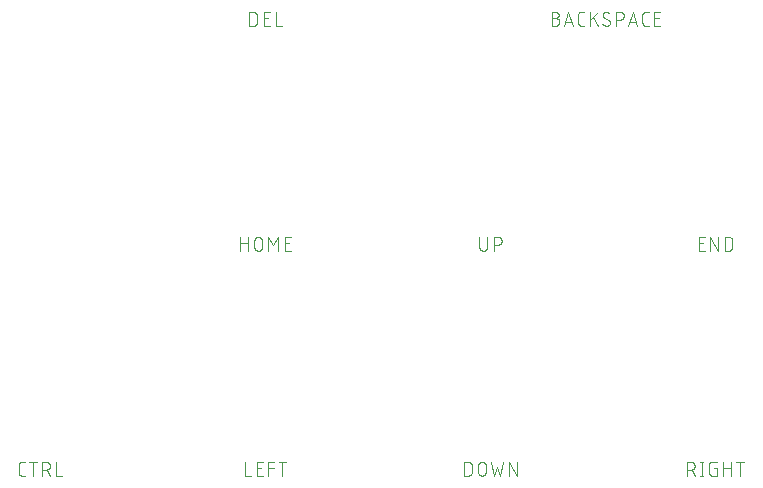
<source format=gbr>
G04 EAGLE Gerber RS-274X export*
G75*
%MOMM*%
%FSLAX34Y34*%
%LPD*%
%INSilkscreen Top*%
%IPPOS*%
%AMOC8*
5,1,8,0,0,1.08239X$1,22.5*%
G01*
%ADD10C,0.101600*%


D10*
X585233Y489599D02*
X588479Y489599D01*
X588479Y489600D02*
X588592Y489598D01*
X588705Y489592D01*
X588818Y489582D01*
X588931Y489568D01*
X589043Y489551D01*
X589154Y489529D01*
X589264Y489504D01*
X589374Y489474D01*
X589482Y489441D01*
X589589Y489404D01*
X589695Y489364D01*
X589799Y489319D01*
X589902Y489271D01*
X590003Y489220D01*
X590102Y489165D01*
X590199Y489107D01*
X590294Y489045D01*
X590387Y488980D01*
X590477Y488912D01*
X590565Y488841D01*
X590651Y488766D01*
X590734Y488689D01*
X590814Y488609D01*
X590891Y488526D01*
X590966Y488440D01*
X591037Y488352D01*
X591105Y488262D01*
X591170Y488169D01*
X591232Y488074D01*
X591290Y487977D01*
X591345Y487878D01*
X591396Y487777D01*
X591444Y487674D01*
X591489Y487570D01*
X591529Y487464D01*
X591566Y487357D01*
X591599Y487249D01*
X591629Y487139D01*
X591654Y487029D01*
X591676Y486918D01*
X591693Y486806D01*
X591707Y486693D01*
X591717Y486580D01*
X591723Y486467D01*
X591725Y486354D01*
X591723Y486241D01*
X591717Y486128D01*
X591707Y486015D01*
X591693Y485902D01*
X591676Y485790D01*
X591654Y485679D01*
X591629Y485569D01*
X591599Y485459D01*
X591566Y485351D01*
X591529Y485244D01*
X591489Y485138D01*
X591444Y485034D01*
X591396Y484931D01*
X591345Y484830D01*
X591290Y484731D01*
X591232Y484634D01*
X591170Y484539D01*
X591105Y484446D01*
X591037Y484356D01*
X590966Y484268D01*
X590891Y484182D01*
X590814Y484099D01*
X590734Y484019D01*
X590651Y483942D01*
X590565Y483867D01*
X590477Y483796D01*
X590387Y483728D01*
X590294Y483663D01*
X590199Y483601D01*
X590102Y483543D01*
X590003Y483488D01*
X589902Y483437D01*
X589799Y483389D01*
X589695Y483344D01*
X589589Y483304D01*
X589482Y483267D01*
X589374Y483234D01*
X589264Y483204D01*
X589154Y483179D01*
X589043Y483157D01*
X588931Y483140D01*
X588818Y483126D01*
X588705Y483116D01*
X588592Y483110D01*
X588479Y483108D01*
X585233Y483108D01*
X585233Y494792D01*
X588479Y494792D01*
X588580Y494790D01*
X588680Y494784D01*
X588780Y494774D01*
X588880Y494761D01*
X588979Y494743D01*
X589078Y494722D01*
X589175Y494697D01*
X589272Y494668D01*
X589367Y494635D01*
X589461Y494599D01*
X589553Y494559D01*
X589644Y494516D01*
X589733Y494469D01*
X589820Y494419D01*
X589906Y494365D01*
X589989Y494308D01*
X590069Y494248D01*
X590148Y494185D01*
X590224Y494118D01*
X590297Y494049D01*
X590367Y493977D01*
X590435Y493903D01*
X590500Y493826D01*
X590561Y493746D01*
X590620Y493664D01*
X590675Y493580D01*
X590727Y493494D01*
X590776Y493406D01*
X590821Y493316D01*
X590863Y493224D01*
X590901Y493131D01*
X590935Y493036D01*
X590966Y492941D01*
X590993Y492844D01*
X591016Y492746D01*
X591036Y492647D01*
X591051Y492547D01*
X591063Y492447D01*
X591071Y492347D01*
X591075Y492246D01*
X591075Y492146D01*
X591071Y492045D01*
X591063Y491945D01*
X591051Y491845D01*
X591036Y491745D01*
X591016Y491646D01*
X590993Y491548D01*
X590966Y491451D01*
X590935Y491356D01*
X590901Y491261D01*
X590863Y491168D01*
X590821Y491076D01*
X590776Y490986D01*
X590727Y490898D01*
X590675Y490812D01*
X590620Y490728D01*
X590561Y490646D01*
X590500Y490566D01*
X590435Y490489D01*
X590367Y490415D01*
X590297Y490343D01*
X590224Y490274D01*
X590148Y490207D01*
X590069Y490144D01*
X589989Y490084D01*
X589906Y490027D01*
X589820Y489973D01*
X589733Y489923D01*
X589644Y489876D01*
X589553Y489833D01*
X589461Y489793D01*
X589367Y489757D01*
X589272Y489724D01*
X589175Y489695D01*
X589078Y489670D01*
X588979Y489649D01*
X588880Y489631D01*
X588780Y489618D01*
X588680Y489608D01*
X588580Y489602D01*
X588479Y489600D01*
X595464Y483108D02*
X599358Y494792D01*
X603253Y483108D01*
X602279Y486029D02*
X596437Y486029D01*
X610106Y483108D02*
X612702Y483108D01*
X610106Y483108D02*
X610007Y483110D01*
X609907Y483116D01*
X609808Y483125D01*
X609710Y483138D01*
X609612Y483155D01*
X609514Y483176D01*
X609418Y483201D01*
X609323Y483229D01*
X609229Y483261D01*
X609136Y483296D01*
X609044Y483335D01*
X608954Y483378D01*
X608866Y483423D01*
X608779Y483473D01*
X608695Y483525D01*
X608612Y483581D01*
X608532Y483639D01*
X608454Y483701D01*
X608379Y483766D01*
X608306Y483834D01*
X608236Y483904D01*
X608168Y483977D01*
X608103Y484052D01*
X608041Y484130D01*
X607983Y484210D01*
X607927Y484293D01*
X607875Y484377D01*
X607825Y484464D01*
X607780Y484552D01*
X607737Y484642D01*
X607698Y484734D01*
X607663Y484827D01*
X607631Y484921D01*
X607603Y485016D01*
X607578Y485112D01*
X607557Y485210D01*
X607540Y485308D01*
X607527Y485406D01*
X607518Y485505D01*
X607512Y485605D01*
X607510Y485704D01*
X607509Y485704D02*
X607509Y492196D01*
X607510Y492196D02*
X607512Y492295D01*
X607518Y492395D01*
X607527Y492494D01*
X607540Y492592D01*
X607557Y492690D01*
X607578Y492788D01*
X607603Y492884D01*
X607631Y492979D01*
X607663Y493073D01*
X607698Y493166D01*
X607737Y493258D01*
X607780Y493348D01*
X607825Y493436D01*
X607875Y493523D01*
X607927Y493607D01*
X607983Y493690D01*
X608041Y493770D01*
X608103Y493848D01*
X608168Y493923D01*
X608236Y493996D01*
X608306Y494066D01*
X608379Y494134D01*
X608454Y494199D01*
X608532Y494261D01*
X608612Y494319D01*
X608695Y494375D01*
X608779Y494427D01*
X608866Y494477D01*
X608954Y494522D01*
X609044Y494565D01*
X609136Y494604D01*
X609228Y494639D01*
X609323Y494671D01*
X609418Y494699D01*
X609514Y494724D01*
X609612Y494745D01*
X609710Y494762D01*
X609808Y494775D01*
X609907Y494784D01*
X610007Y494790D01*
X610106Y494792D01*
X612702Y494792D01*
X617618Y494792D02*
X617618Y483108D01*
X617618Y487652D02*
X624109Y494792D01*
X620214Y490248D02*
X624109Y483108D01*
X632011Y483108D02*
X632110Y483110D01*
X632210Y483116D01*
X632309Y483125D01*
X632407Y483138D01*
X632505Y483155D01*
X632603Y483176D01*
X632699Y483201D01*
X632794Y483229D01*
X632888Y483261D01*
X632981Y483296D01*
X633073Y483335D01*
X633163Y483378D01*
X633251Y483423D01*
X633338Y483473D01*
X633422Y483525D01*
X633505Y483581D01*
X633585Y483639D01*
X633663Y483701D01*
X633738Y483766D01*
X633811Y483834D01*
X633881Y483904D01*
X633949Y483977D01*
X634014Y484052D01*
X634076Y484130D01*
X634134Y484210D01*
X634190Y484293D01*
X634242Y484377D01*
X634292Y484464D01*
X634337Y484552D01*
X634380Y484642D01*
X634419Y484734D01*
X634454Y484827D01*
X634486Y484921D01*
X634514Y485016D01*
X634539Y485112D01*
X634560Y485210D01*
X634577Y485308D01*
X634590Y485406D01*
X634599Y485505D01*
X634605Y485605D01*
X634607Y485704D01*
X632011Y483108D02*
X631867Y483110D01*
X631722Y483116D01*
X631578Y483125D01*
X631435Y483138D01*
X631291Y483155D01*
X631148Y483176D01*
X631006Y483201D01*
X630865Y483229D01*
X630724Y483261D01*
X630584Y483297D01*
X630445Y483336D01*
X630307Y483379D01*
X630171Y483426D01*
X630035Y483476D01*
X629901Y483530D01*
X629769Y483587D01*
X629638Y483648D01*
X629509Y483712D01*
X629381Y483780D01*
X629255Y483850D01*
X629131Y483925D01*
X629010Y484002D01*
X628890Y484083D01*
X628772Y484166D01*
X628657Y484253D01*
X628544Y484343D01*
X628433Y484436D01*
X628325Y484531D01*
X628219Y484630D01*
X628116Y484731D01*
X628442Y492196D02*
X628444Y492295D01*
X628450Y492395D01*
X628459Y492494D01*
X628472Y492592D01*
X628489Y492690D01*
X628510Y492788D01*
X628535Y492884D01*
X628563Y492979D01*
X628595Y493073D01*
X628630Y493166D01*
X628669Y493258D01*
X628712Y493348D01*
X628757Y493436D01*
X628807Y493523D01*
X628859Y493607D01*
X628915Y493690D01*
X628973Y493770D01*
X629035Y493848D01*
X629100Y493923D01*
X629168Y493996D01*
X629238Y494066D01*
X629311Y494134D01*
X629386Y494199D01*
X629464Y494261D01*
X629544Y494319D01*
X629627Y494375D01*
X629711Y494427D01*
X629798Y494477D01*
X629886Y494522D01*
X629976Y494565D01*
X630068Y494604D01*
X630161Y494639D01*
X630255Y494671D01*
X630350Y494699D01*
X630447Y494724D01*
X630544Y494745D01*
X630642Y494762D01*
X630740Y494775D01*
X630839Y494784D01*
X630939Y494790D01*
X631038Y494792D01*
X631174Y494790D01*
X631310Y494784D01*
X631446Y494775D01*
X631582Y494762D01*
X631717Y494744D01*
X631851Y494724D01*
X631985Y494699D01*
X632119Y494671D01*
X632251Y494638D01*
X632382Y494603D01*
X632513Y494563D01*
X632642Y494520D01*
X632770Y494474D01*
X632896Y494423D01*
X633022Y494370D01*
X633145Y494312D01*
X633267Y494252D01*
X633387Y494188D01*
X633506Y494120D01*
X633622Y494050D01*
X633736Y493976D01*
X633849Y493899D01*
X633959Y493818D01*
X629739Y489924D02*
X629653Y489977D01*
X629569Y490034D01*
X629487Y490093D01*
X629407Y490156D01*
X629330Y490222D01*
X629255Y490290D01*
X629183Y490362D01*
X629114Y490436D01*
X629048Y490513D01*
X628985Y490592D01*
X628925Y490674D01*
X628868Y490758D01*
X628814Y490844D01*
X628764Y490932D01*
X628717Y491022D01*
X628673Y491113D01*
X628634Y491207D01*
X628597Y491301D01*
X628565Y491397D01*
X628536Y491495D01*
X628511Y491593D01*
X628490Y491692D01*
X628472Y491792D01*
X628459Y491892D01*
X628449Y491993D01*
X628443Y492095D01*
X628441Y492196D01*
X633310Y487976D02*
X633396Y487923D01*
X633480Y487866D01*
X633562Y487807D01*
X633642Y487744D01*
X633719Y487678D01*
X633794Y487610D01*
X633866Y487538D01*
X633935Y487464D01*
X634001Y487387D01*
X634064Y487308D01*
X634124Y487226D01*
X634181Y487142D01*
X634235Y487056D01*
X634285Y486968D01*
X634332Y486878D01*
X634376Y486787D01*
X634415Y486693D01*
X634452Y486599D01*
X634484Y486503D01*
X634513Y486405D01*
X634538Y486307D01*
X634559Y486208D01*
X634577Y486108D01*
X634590Y486008D01*
X634600Y485907D01*
X634606Y485805D01*
X634608Y485704D01*
X633309Y487976D02*
X629739Y489924D01*
X639716Y494792D02*
X639716Y483108D01*
X639716Y494792D02*
X642961Y494792D01*
X643074Y494790D01*
X643187Y494784D01*
X643300Y494774D01*
X643413Y494760D01*
X643525Y494743D01*
X643636Y494721D01*
X643746Y494696D01*
X643856Y494666D01*
X643964Y494633D01*
X644071Y494596D01*
X644177Y494556D01*
X644281Y494511D01*
X644384Y494463D01*
X644485Y494412D01*
X644584Y494357D01*
X644681Y494299D01*
X644776Y494237D01*
X644869Y494172D01*
X644959Y494104D01*
X645047Y494033D01*
X645133Y493958D01*
X645216Y493881D01*
X645296Y493801D01*
X645373Y493718D01*
X645448Y493632D01*
X645519Y493544D01*
X645587Y493454D01*
X645652Y493361D01*
X645714Y493266D01*
X645772Y493169D01*
X645827Y493070D01*
X645878Y492969D01*
X645926Y492866D01*
X645971Y492762D01*
X646011Y492656D01*
X646048Y492549D01*
X646081Y492441D01*
X646111Y492331D01*
X646136Y492221D01*
X646158Y492110D01*
X646175Y491998D01*
X646189Y491885D01*
X646199Y491772D01*
X646205Y491659D01*
X646207Y491546D01*
X646205Y491433D01*
X646199Y491320D01*
X646189Y491207D01*
X646175Y491094D01*
X646158Y490982D01*
X646136Y490871D01*
X646111Y490761D01*
X646081Y490651D01*
X646048Y490543D01*
X646011Y490436D01*
X645971Y490330D01*
X645926Y490226D01*
X645878Y490123D01*
X645827Y490022D01*
X645772Y489923D01*
X645714Y489826D01*
X645652Y489731D01*
X645587Y489638D01*
X645519Y489548D01*
X645448Y489460D01*
X645373Y489374D01*
X645296Y489291D01*
X645216Y489211D01*
X645133Y489134D01*
X645047Y489059D01*
X644959Y488988D01*
X644869Y488920D01*
X644776Y488855D01*
X644681Y488793D01*
X644584Y488735D01*
X644485Y488680D01*
X644384Y488629D01*
X644281Y488581D01*
X644177Y488536D01*
X644071Y488496D01*
X643964Y488459D01*
X643856Y488426D01*
X643746Y488396D01*
X643636Y488371D01*
X643525Y488349D01*
X643413Y488332D01*
X643300Y488318D01*
X643187Y488308D01*
X643074Y488302D01*
X642961Y488300D01*
X642961Y488301D02*
X639716Y488301D01*
X649946Y483108D02*
X653841Y494792D01*
X657736Y483108D01*
X656762Y486029D02*
X650920Y486029D01*
X664589Y483108D02*
X667185Y483108D01*
X664589Y483108D02*
X664490Y483110D01*
X664390Y483116D01*
X664291Y483125D01*
X664193Y483138D01*
X664095Y483155D01*
X663997Y483176D01*
X663901Y483201D01*
X663806Y483229D01*
X663712Y483261D01*
X663619Y483296D01*
X663527Y483335D01*
X663437Y483378D01*
X663349Y483423D01*
X663262Y483473D01*
X663178Y483525D01*
X663095Y483581D01*
X663015Y483639D01*
X662937Y483701D01*
X662862Y483766D01*
X662789Y483834D01*
X662719Y483904D01*
X662651Y483977D01*
X662586Y484052D01*
X662524Y484130D01*
X662466Y484210D01*
X662410Y484293D01*
X662358Y484377D01*
X662308Y484464D01*
X662263Y484552D01*
X662220Y484642D01*
X662181Y484734D01*
X662146Y484827D01*
X662114Y484921D01*
X662086Y485016D01*
X662061Y485112D01*
X662040Y485210D01*
X662023Y485308D01*
X662010Y485406D01*
X662001Y485505D01*
X661995Y485605D01*
X661993Y485704D01*
X661992Y485704D02*
X661992Y492196D01*
X661993Y492196D02*
X661995Y492295D01*
X662001Y492395D01*
X662010Y492494D01*
X662023Y492592D01*
X662040Y492690D01*
X662061Y492788D01*
X662086Y492884D01*
X662114Y492979D01*
X662146Y493073D01*
X662181Y493166D01*
X662220Y493258D01*
X662263Y493348D01*
X662308Y493436D01*
X662358Y493523D01*
X662410Y493607D01*
X662466Y493690D01*
X662524Y493770D01*
X662586Y493848D01*
X662651Y493923D01*
X662719Y493996D01*
X662789Y494066D01*
X662862Y494134D01*
X662937Y494199D01*
X663015Y494261D01*
X663095Y494319D01*
X663178Y494375D01*
X663262Y494427D01*
X663349Y494477D01*
X663437Y494522D01*
X663527Y494565D01*
X663619Y494604D01*
X663711Y494639D01*
X663806Y494671D01*
X663901Y494699D01*
X663997Y494724D01*
X664095Y494745D01*
X664193Y494762D01*
X664291Y494775D01*
X664390Y494784D01*
X664490Y494790D01*
X664589Y494792D01*
X667185Y494792D01*
X671954Y483108D02*
X677147Y483108D01*
X671954Y483108D02*
X671954Y494792D01*
X677147Y494792D01*
X675849Y489599D02*
X671954Y489599D01*
X139157Y102108D02*
X136561Y102108D01*
X136462Y102110D01*
X136362Y102116D01*
X136263Y102125D01*
X136165Y102138D01*
X136067Y102155D01*
X135969Y102176D01*
X135873Y102201D01*
X135778Y102229D01*
X135684Y102261D01*
X135591Y102296D01*
X135499Y102335D01*
X135409Y102378D01*
X135321Y102423D01*
X135234Y102473D01*
X135150Y102525D01*
X135067Y102581D01*
X134987Y102639D01*
X134909Y102701D01*
X134834Y102766D01*
X134761Y102834D01*
X134691Y102904D01*
X134623Y102977D01*
X134558Y103052D01*
X134496Y103130D01*
X134438Y103210D01*
X134382Y103293D01*
X134330Y103377D01*
X134280Y103464D01*
X134235Y103552D01*
X134192Y103642D01*
X134153Y103734D01*
X134118Y103827D01*
X134086Y103921D01*
X134058Y104016D01*
X134033Y104112D01*
X134012Y104210D01*
X133995Y104308D01*
X133982Y104406D01*
X133973Y104505D01*
X133967Y104605D01*
X133965Y104704D01*
X133964Y104704D02*
X133964Y111196D01*
X133965Y111196D02*
X133967Y111295D01*
X133973Y111395D01*
X133982Y111494D01*
X133995Y111592D01*
X134012Y111690D01*
X134033Y111788D01*
X134058Y111884D01*
X134086Y111979D01*
X134118Y112073D01*
X134153Y112166D01*
X134192Y112258D01*
X134235Y112348D01*
X134280Y112436D01*
X134330Y112523D01*
X134382Y112607D01*
X134438Y112690D01*
X134496Y112770D01*
X134558Y112848D01*
X134623Y112923D01*
X134691Y112996D01*
X134761Y113066D01*
X134834Y113134D01*
X134909Y113199D01*
X134987Y113261D01*
X135067Y113319D01*
X135150Y113375D01*
X135234Y113427D01*
X135321Y113477D01*
X135409Y113522D01*
X135499Y113565D01*
X135591Y113604D01*
X135683Y113639D01*
X135778Y113671D01*
X135873Y113699D01*
X135969Y113724D01*
X136067Y113745D01*
X136165Y113762D01*
X136263Y113775D01*
X136362Y113784D01*
X136462Y113790D01*
X136561Y113792D01*
X139157Y113792D01*
X146006Y113792D02*
X146006Y102108D01*
X142760Y113792D02*
X149252Y113792D01*
X153883Y113792D02*
X153883Y102108D01*
X153883Y113792D02*
X157129Y113792D01*
X157242Y113790D01*
X157355Y113784D01*
X157468Y113774D01*
X157581Y113760D01*
X157693Y113743D01*
X157804Y113721D01*
X157914Y113696D01*
X158024Y113666D01*
X158132Y113633D01*
X158239Y113596D01*
X158345Y113556D01*
X158449Y113511D01*
X158552Y113463D01*
X158653Y113412D01*
X158752Y113357D01*
X158849Y113299D01*
X158944Y113237D01*
X159037Y113172D01*
X159127Y113104D01*
X159215Y113033D01*
X159301Y112958D01*
X159384Y112881D01*
X159464Y112801D01*
X159541Y112718D01*
X159616Y112632D01*
X159687Y112544D01*
X159755Y112454D01*
X159820Y112361D01*
X159882Y112266D01*
X159940Y112169D01*
X159995Y112070D01*
X160046Y111969D01*
X160094Y111866D01*
X160139Y111762D01*
X160179Y111656D01*
X160216Y111549D01*
X160249Y111441D01*
X160279Y111331D01*
X160304Y111221D01*
X160326Y111110D01*
X160343Y110998D01*
X160357Y110885D01*
X160367Y110772D01*
X160373Y110659D01*
X160375Y110546D01*
X160373Y110433D01*
X160367Y110320D01*
X160357Y110207D01*
X160343Y110094D01*
X160326Y109982D01*
X160304Y109871D01*
X160279Y109761D01*
X160249Y109651D01*
X160216Y109543D01*
X160179Y109436D01*
X160139Y109330D01*
X160094Y109226D01*
X160046Y109123D01*
X159995Y109022D01*
X159940Y108923D01*
X159882Y108826D01*
X159820Y108731D01*
X159755Y108638D01*
X159687Y108548D01*
X159616Y108460D01*
X159541Y108374D01*
X159464Y108291D01*
X159384Y108211D01*
X159301Y108134D01*
X159215Y108059D01*
X159127Y107988D01*
X159037Y107920D01*
X158944Y107855D01*
X158849Y107793D01*
X158752Y107735D01*
X158653Y107680D01*
X158552Y107629D01*
X158449Y107581D01*
X158345Y107536D01*
X158239Y107496D01*
X158132Y107459D01*
X158024Y107426D01*
X157914Y107396D01*
X157804Y107371D01*
X157693Y107349D01*
X157581Y107332D01*
X157468Y107318D01*
X157355Y107308D01*
X157242Y107302D01*
X157129Y107300D01*
X157129Y107301D02*
X153883Y107301D01*
X157778Y107301D02*
X160374Y102108D01*
X165643Y102108D02*
X165643Y113792D01*
X165643Y102108D02*
X170836Y102108D01*
X329243Y483108D02*
X329243Y494792D01*
X332489Y494792D01*
X332602Y494790D01*
X332715Y494784D01*
X332828Y494774D01*
X332941Y494760D01*
X333053Y494743D01*
X333164Y494721D01*
X333274Y494696D01*
X333384Y494666D01*
X333492Y494633D01*
X333599Y494596D01*
X333705Y494556D01*
X333809Y494511D01*
X333912Y494463D01*
X334013Y494412D01*
X334112Y494357D01*
X334209Y494299D01*
X334304Y494237D01*
X334397Y494172D01*
X334487Y494104D01*
X334575Y494033D01*
X334661Y493958D01*
X334744Y493881D01*
X334824Y493801D01*
X334901Y493718D01*
X334976Y493632D01*
X335047Y493544D01*
X335115Y493454D01*
X335180Y493361D01*
X335242Y493266D01*
X335300Y493169D01*
X335355Y493070D01*
X335406Y492969D01*
X335454Y492866D01*
X335499Y492762D01*
X335539Y492656D01*
X335576Y492549D01*
X335609Y492441D01*
X335639Y492331D01*
X335664Y492221D01*
X335686Y492110D01*
X335703Y491998D01*
X335717Y491885D01*
X335727Y491772D01*
X335733Y491659D01*
X335735Y491546D01*
X335734Y491546D02*
X335734Y486354D01*
X335735Y486354D02*
X335733Y486241D01*
X335727Y486128D01*
X335717Y486015D01*
X335703Y485902D01*
X335686Y485790D01*
X335664Y485679D01*
X335639Y485569D01*
X335609Y485459D01*
X335576Y485351D01*
X335539Y485244D01*
X335499Y485138D01*
X335454Y485034D01*
X335406Y484931D01*
X335355Y484830D01*
X335300Y484731D01*
X335242Y484634D01*
X335180Y484539D01*
X335115Y484446D01*
X335047Y484356D01*
X334976Y484268D01*
X334901Y484182D01*
X334824Y484099D01*
X334744Y484019D01*
X334661Y483942D01*
X334575Y483867D01*
X334487Y483796D01*
X334397Y483728D01*
X334304Y483663D01*
X334209Y483601D01*
X334112Y483543D01*
X334013Y483488D01*
X333912Y483437D01*
X333809Y483389D01*
X333705Y483344D01*
X333599Y483304D01*
X333492Y483267D01*
X333384Y483234D01*
X333274Y483204D01*
X333164Y483179D01*
X333053Y483157D01*
X332941Y483140D01*
X332828Y483126D01*
X332715Y483116D01*
X332602Y483110D01*
X332489Y483108D01*
X329243Y483108D01*
X341458Y483108D02*
X346651Y483108D01*
X341458Y483108D02*
X341458Y494792D01*
X346651Y494792D01*
X345353Y489599D02*
X341458Y489599D01*
X351364Y494792D02*
X351364Y483108D01*
X356557Y483108D01*
X511105Y113792D02*
X511105Y102108D01*
X511105Y113792D02*
X514350Y113792D01*
X514463Y113790D01*
X514576Y113784D01*
X514689Y113774D01*
X514802Y113760D01*
X514914Y113743D01*
X515025Y113721D01*
X515135Y113696D01*
X515245Y113666D01*
X515353Y113633D01*
X515460Y113596D01*
X515566Y113556D01*
X515670Y113511D01*
X515773Y113463D01*
X515874Y113412D01*
X515973Y113357D01*
X516070Y113299D01*
X516165Y113237D01*
X516258Y113172D01*
X516348Y113104D01*
X516436Y113033D01*
X516522Y112958D01*
X516605Y112881D01*
X516685Y112801D01*
X516762Y112718D01*
X516837Y112632D01*
X516908Y112544D01*
X516976Y112454D01*
X517041Y112361D01*
X517103Y112266D01*
X517161Y112169D01*
X517216Y112070D01*
X517267Y111969D01*
X517315Y111866D01*
X517360Y111762D01*
X517400Y111656D01*
X517437Y111549D01*
X517470Y111441D01*
X517500Y111331D01*
X517525Y111221D01*
X517547Y111110D01*
X517564Y110998D01*
X517578Y110885D01*
X517588Y110772D01*
X517594Y110659D01*
X517596Y110546D01*
X517596Y105354D01*
X517594Y105241D01*
X517588Y105128D01*
X517578Y105015D01*
X517564Y104902D01*
X517547Y104790D01*
X517525Y104679D01*
X517500Y104569D01*
X517470Y104459D01*
X517437Y104351D01*
X517400Y104244D01*
X517360Y104138D01*
X517315Y104034D01*
X517267Y103931D01*
X517216Y103830D01*
X517161Y103731D01*
X517103Y103634D01*
X517041Y103539D01*
X516976Y103446D01*
X516908Y103356D01*
X516837Y103268D01*
X516762Y103182D01*
X516685Y103099D01*
X516605Y103019D01*
X516522Y102942D01*
X516436Y102867D01*
X516348Y102796D01*
X516258Y102728D01*
X516165Y102663D01*
X516070Y102601D01*
X515973Y102543D01*
X515874Y102488D01*
X515773Y102437D01*
X515670Y102389D01*
X515566Y102344D01*
X515460Y102304D01*
X515353Y102267D01*
X515245Y102234D01*
X515135Y102204D01*
X515025Y102179D01*
X514914Y102157D01*
X514802Y102140D01*
X514689Y102126D01*
X514576Y102116D01*
X514463Y102110D01*
X514350Y102108D01*
X511105Y102108D01*
X522915Y105354D02*
X522915Y110546D01*
X522917Y110659D01*
X522923Y110772D01*
X522933Y110885D01*
X522947Y110998D01*
X522964Y111110D01*
X522986Y111221D01*
X523011Y111331D01*
X523041Y111441D01*
X523074Y111549D01*
X523111Y111656D01*
X523151Y111762D01*
X523196Y111866D01*
X523244Y111969D01*
X523295Y112070D01*
X523350Y112169D01*
X523408Y112266D01*
X523470Y112361D01*
X523535Y112454D01*
X523603Y112544D01*
X523674Y112632D01*
X523749Y112718D01*
X523826Y112801D01*
X523906Y112881D01*
X523989Y112958D01*
X524075Y113033D01*
X524163Y113104D01*
X524253Y113172D01*
X524346Y113237D01*
X524441Y113299D01*
X524538Y113357D01*
X524637Y113412D01*
X524738Y113463D01*
X524841Y113511D01*
X524945Y113556D01*
X525051Y113596D01*
X525158Y113633D01*
X525266Y113666D01*
X525376Y113696D01*
X525486Y113721D01*
X525597Y113743D01*
X525709Y113760D01*
X525822Y113774D01*
X525935Y113784D01*
X526048Y113790D01*
X526161Y113792D01*
X526274Y113790D01*
X526387Y113784D01*
X526500Y113774D01*
X526613Y113760D01*
X526725Y113743D01*
X526836Y113721D01*
X526946Y113696D01*
X527056Y113666D01*
X527164Y113633D01*
X527271Y113596D01*
X527377Y113556D01*
X527481Y113511D01*
X527584Y113463D01*
X527685Y113412D01*
X527784Y113357D01*
X527881Y113299D01*
X527976Y113237D01*
X528069Y113172D01*
X528159Y113104D01*
X528247Y113033D01*
X528333Y112958D01*
X528416Y112881D01*
X528496Y112801D01*
X528573Y112718D01*
X528648Y112632D01*
X528719Y112544D01*
X528787Y112454D01*
X528852Y112361D01*
X528914Y112266D01*
X528972Y112169D01*
X529027Y112070D01*
X529078Y111969D01*
X529126Y111866D01*
X529171Y111762D01*
X529211Y111656D01*
X529248Y111549D01*
X529281Y111441D01*
X529311Y111331D01*
X529336Y111221D01*
X529358Y111110D01*
X529375Y110998D01*
X529389Y110885D01*
X529399Y110772D01*
X529405Y110659D01*
X529407Y110546D01*
X529407Y105354D01*
X529405Y105241D01*
X529399Y105128D01*
X529389Y105015D01*
X529375Y104902D01*
X529358Y104790D01*
X529336Y104679D01*
X529311Y104569D01*
X529281Y104459D01*
X529248Y104351D01*
X529211Y104244D01*
X529171Y104138D01*
X529126Y104034D01*
X529078Y103931D01*
X529027Y103830D01*
X528972Y103731D01*
X528914Y103634D01*
X528852Y103539D01*
X528787Y103446D01*
X528719Y103356D01*
X528648Y103268D01*
X528573Y103182D01*
X528496Y103099D01*
X528416Y103019D01*
X528333Y102942D01*
X528247Y102867D01*
X528159Y102796D01*
X528069Y102728D01*
X527976Y102663D01*
X527881Y102601D01*
X527784Y102543D01*
X527685Y102488D01*
X527584Y102437D01*
X527481Y102389D01*
X527377Y102344D01*
X527271Y102304D01*
X527164Y102267D01*
X527056Y102234D01*
X526946Y102204D01*
X526836Y102179D01*
X526725Y102157D01*
X526613Y102140D01*
X526500Y102126D01*
X526387Y102116D01*
X526274Y102110D01*
X526161Y102108D01*
X526048Y102110D01*
X525935Y102116D01*
X525822Y102126D01*
X525709Y102140D01*
X525597Y102157D01*
X525486Y102179D01*
X525376Y102204D01*
X525266Y102234D01*
X525158Y102267D01*
X525051Y102304D01*
X524945Y102344D01*
X524841Y102389D01*
X524738Y102437D01*
X524637Y102488D01*
X524538Y102543D01*
X524441Y102601D01*
X524346Y102663D01*
X524253Y102728D01*
X524163Y102796D01*
X524075Y102867D01*
X523989Y102942D01*
X523906Y103019D01*
X523826Y103099D01*
X523749Y103182D01*
X523674Y103268D01*
X523603Y103356D01*
X523535Y103446D01*
X523470Y103539D01*
X523408Y103634D01*
X523350Y103731D01*
X523295Y103830D01*
X523244Y103931D01*
X523196Y104034D01*
X523151Y104138D01*
X523111Y104244D01*
X523074Y104351D01*
X523041Y104459D01*
X523011Y104569D01*
X522986Y104679D01*
X522964Y104790D01*
X522947Y104902D01*
X522933Y105015D01*
X522923Y105128D01*
X522917Y105241D01*
X522915Y105354D01*
X533922Y113792D02*
X536519Y102108D01*
X539115Y109897D01*
X541711Y102108D01*
X544308Y113792D01*
X549204Y113792D02*
X549204Y102108D01*
X555696Y102108D02*
X549204Y113792D01*
X555696Y113792D02*
X555696Y102108D01*
X709617Y292608D02*
X714810Y292608D01*
X709617Y292608D02*
X709617Y304292D01*
X714810Y304292D01*
X713511Y299099D02*
X709617Y299099D01*
X719500Y304292D02*
X719500Y292608D01*
X725991Y292608D02*
X719500Y304292D01*
X725991Y304292D02*
X725991Y292608D01*
X731692Y292608D02*
X731692Y304292D01*
X734938Y304292D01*
X735051Y304290D01*
X735164Y304284D01*
X735277Y304274D01*
X735390Y304260D01*
X735502Y304243D01*
X735613Y304221D01*
X735723Y304196D01*
X735833Y304166D01*
X735941Y304133D01*
X736048Y304096D01*
X736154Y304056D01*
X736258Y304011D01*
X736361Y303963D01*
X736462Y303912D01*
X736561Y303857D01*
X736658Y303799D01*
X736753Y303737D01*
X736846Y303672D01*
X736936Y303604D01*
X737024Y303533D01*
X737110Y303458D01*
X737193Y303381D01*
X737273Y303301D01*
X737350Y303218D01*
X737425Y303132D01*
X737496Y303044D01*
X737564Y302954D01*
X737629Y302861D01*
X737691Y302766D01*
X737749Y302669D01*
X737804Y302570D01*
X737855Y302469D01*
X737903Y302366D01*
X737948Y302262D01*
X737988Y302156D01*
X738025Y302049D01*
X738058Y301941D01*
X738088Y301831D01*
X738113Y301721D01*
X738135Y301610D01*
X738152Y301498D01*
X738166Y301385D01*
X738176Y301272D01*
X738182Y301159D01*
X738184Y301046D01*
X738183Y301046D02*
X738183Y295854D01*
X738184Y295854D02*
X738182Y295741D01*
X738176Y295628D01*
X738166Y295515D01*
X738152Y295402D01*
X738135Y295290D01*
X738113Y295179D01*
X738088Y295069D01*
X738058Y294959D01*
X738025Y294851D01*
X737988Y294744D01*
X737948Y294638D01*
X737903Y294534D01*
X737855Y294431D01*
X737804Y294330D01*
X737749Y294231D01*
X737691Y294134D01*
X737629Y294039D01*
X737564Y293946D01*
X737496Y293856D01*
X737425Y293768D01*
X737350Y293682D01*
X737273Y293599D01*
X737193Y293519D01*
X737110Y293442D01*
X737024Y293367D01*
X736936Y293296D01*
X736846Y293228D01*
X736753Y293163D01*
X736658Y293101D01*
X736561Y293043D01*
X736462Y292988D01*
X736361Y292937D01*
X736258Y292889D01*
X736154Y292844D01*
X736048Y292804D01*
X735941Y292767D01*
X735833Y292734D01*
X735723Y292704D01*
X735613Y292679D01*
X735502Y292657D01*
X735390Y292640D01*
X735277Y292626D01*
X735164Y292616D01*
X735051Y292610D01*
X734938Y292608D01*
X731692Y292608D01*
X321623Y292608D02*
X321623Y304292D01*
X321623Y299099D02*
X328114Y299099D01*
X328114Y304292D02*
X328114Y292608D01*
X333434Y295854D02*
X333434Y301046D01*
X333436Y301159D01*
X333442Y301272D01*
X333452Y301385D01*
X333466Y301498D01*
X333483Y301610D01*
X333505Y301721D01*
X333530Y301831D01*
X333560Y301941D01*
X333593Y302049D01*
X333630Y302156D01*
X333670Y302262D01*
X333715Y302366D01*
X333763Y302469D01*
X333814Y302570D01*
X333869Y302669D01*
X333927Y302766D01*
X333989Y302861D01*
X334054Y302954D01*
X334122Y303044D01*
X334193Y303132D01*
X334268Y303218D01*
X334345Y303301D01*
X334425Y303381D01*
X334508Y303458D01*
X334594Y303533D01*
X334682Y303604D01*
X334772Y303672D01*
X334865Y303737D01*
X334960Y303799D01*
X335057Y303857D01*
X335156Y303912D01*
X335257Y303963D01*
X335360Y304011D01*
X335464Y304056D01*
X335570Y304096D01*
X335677Y304133D01*
X335785Y304166D01*
X335895Y304196D01*
X336005Y304221D01*
X336116Y304243D01*
X336228Y304260D01*
X336341Y304274D01*
X336454Y304284D01*
X336567Y304290D01*
X336680Y304292D01*
X336793Y304290D01*
X336906Y304284D01*
X337019Y304274D01*
X337132Y304260D01*
X337244Y304243D01*
X337355Y304221D01*
X337465Y304196D01*
X337575Y304166D01*
X337683Y304133D01*
X337790Y304096D01*
X337896Y304056D01*
X338000Y304011D01*
X338103Y303963D01*
X338204Y303912D01*
X338303Y303857D01*
X338400Y303799D01*
X338495Y303737D01*
X338588Y303672D01*
X338678Y303604D01*
X338766Y303533D01*
X338852Y303458D01*
X338935Y303381D01*
X339015Y303301D01*
X339092Y303218D01*
X339167Y303132D01*
X339238Y303044D01*
X339306Y302954D01*
X339371Y302861D01*
X339433Y302766D01*
X339491Y302669D01*
X339546Y302570D01*
X339597Y302469D01*
X339645Y302366D01*
X339690Y302262D01*
X339730Y302156D01*
X339767Y302049D01*
X339800Y301941D01*
X339830Y301831D01*
X339855Y301721D01*
X339877Y301610D01*
X339894Y301498D01*
X339908Y301385D01*
X339918Y301272D01*
X339924Y301159D01*
X339926Y301046D01*
X339925Y301046D02*
X339925Y295854D01*
X339926Y295854D02*
X339924Y295741D01*
X339918Y295628D01*
X339908Y295515D01*
X339894Y295402D01*
X339877Y295290D01*
X339855Y295179D01*
X339830Y295069D01*
X339800Y294959D01*
X339767Y294851D01*
X339730Y294744D01*
X339690Y294638D01*
X339645Y294534D01*
X339597Y294431D01*
X339546Y294330D01*
X339491Y294231D01*
X339433Y294134D01*
X339371Y294039D01*
X339306Y293946D01*
X339238Y293856D01*
X339167Y293768D01*
X339092Y293682D01*
X339015Y293599D01*
X338935Y293519D01*
X338852Y293442D01*
X338766Y293367D01*
X338678Y293296D01*
X338588Y293228D01*
X338495Y293163D01*
X338400Y293101D01*
X338303Y293043D01*
X338204Y292988D01*
X338103Y292937D01*
X338000Y292889D01*
X337896Y292844D01*
X337790Y292804D01*
X337683Y292767D01*
X337575Y292734D01*
X337465Y292704D01*
X337355Y292679D01*
X337244Y292657D01*
X337132Y292640D01*
X337019Y292626D01*
X336906Y292616D01*
X336793Y292610D01*
X336680Y292608D01*
X336567Y292610D01*
X336454Y292616D01*
X336341Y292626D01*
X336228Y292640D01*
X336116Y292657D01*
X336005Y292679D01*
X335895Y292704D01*
X335785Y292734D01*
X335677Y292767D01*
X335570Y292804D01*
X335464Y292844D01*
X335360Y292889D01*
X335257Y292937D01*
X335156Y292988D01*
X335057Y293043D01*
X334960Y293101D01*
X334865Y293163D01*
X334772Y293228D01*
X334682Y293296D01*
X334594Y293367D01*
X334508Y293442D01*
X334425Y293519D01*
X334345Y293599D01*
X334268Y293682D01*
X334193Y293768D01*
X334122Y293856D01*
X334054Y293946D01*
X333989Y294039D01*
X333927Y294134D01*
X333869Y294231D01*
X333814Y294330D01*
X333763Y294431D01*
X333715Y294534D01*
X333670Y294638D01*
X333630Y294744D01*
X333593Y294851D01*
X333560Y294959D01*
X333530Y295069D01*
X333505Y295179D01*
X333483Y295290D01*
X333466Y295402D01*
X333452Y295515D01*
X333442Y295628D01*
X333436Y295741D01*
X333434Y295854D01*
X345358Y292608D02*
X345358Y304292D01*
X349253Y297801D01*
X353147Y304292D01*
X353147Y292608D01*
X358984Y292608D02*
X364177Y292608D01*
X358984Y292608D02*
X358984Y304292D01*
X364177Y304292D01*
X362879Y299099D02*
X358984Y299099D01*
X325378Y113792D02*
X325378Y102108D01*
X330571Y102108D01*
X335284Y102108D02*
X340477Y102108D01*
X335284Y102108D02*
X335284Y113792D01*
X340477Y113792D01*
X339179Y108599D02*
X335284Y108599D01*
X345190Y113792D02*
X345190Y102108D01*
X345190Y113792D02*
X350383Y113792D01*
X350383Y108599D02*
X345190Y108599D01*
X357176Y113792D02*
X357176Y102108D01*
X353931Y113792D02*
X360422Y113792D01*
X699736Y113792D02*
X699736Y102108D01*
X699736Y113792D02*
X702982Y113792D01*
X703095Y113790D01*
X703208Y113784D01*
X703321Y113774D01*
X703434Y113760D01*
X703546Y113743D01*
X703657Y113721D01*
X703767Y113696D01*
X703877Y113666D01*
X703985Y113633D01*
X704092Y113596D01*
X704198Y113556D01*
X704302Y113511D01*
X704405Y113463D01*
X704506Y113412D01*
X704605Y113357D01*
X704702Y113299D01*
X704797Y113237D01*
X704890Y113172D01*
X704980Y113104D01*
X705068Y113033D01*
X705154Y112958D01*
X705237Y112881D01*
X705317Y112801D01*
X705394Y112718D01*
X705469Y112632D01*
X705540Y112544D01*
X705608Y112454D01*
X705673Y112361D01*
X705735Y112266D01*
X705793Y112169D01*
X705848Y112070D01*
X705899Y111969D01*
X705947Y111866D01*
X705992Y111762D01*
X706032Y111656D01*
X706069Y111549D01*
X706102Y111441D01*
X706132Y111331D01*
X706157Y111221D01*
X706179Y111110D01*
X706196Y110998D01*
X706210Y110885D01*
X706220Y110772D01*
X706226Y110659D01*
X706228Y110546D01*
X706226Y110433D01*
X706220Y110320D01*
X706210Y110207D01*
X706196Y110094D01*
X706179Y109982D01*
X706157Y109871D01*
X706132Y109761D01*
X706102Y109651D01*
X706069Y109543D01*
X706032Y109436D01*
X705992Y109330D01*
X705947Y109226D01*
X705899Y109123D01*
X705848Y109022D01*
X705793Y108923D01*
X705735Y108826D01*
X705673Y108731D01*
X705608Y108638D01*
X705540Y108548D01*
X705469Y108460D01*
X705394Y108374D01*
X705317Y108291D01*
X705237Y108211D01*
X705154Y108134D01*
X705068Y108059D01*
X704980Y107988D01*
X704890Y107920D01*
X704797Y107855D01*
X704702Y107793D01*
X704605Y107735D01*
X704506Y107680D01*
X704405Y107629D01*
X704302Y107581D01*
X704198Y107536D01*
X704092Y107496D01*
X703985Y107459D01*
X703877Y107426D01*
X703767Y107396D01*
X703657Y107371D01*
X703546Y107349D01*
X703434Y107332D01*
X703321Y107318D01*
X703208Y107308D01*
X703095Y107302D01*
X702982Y107300D01*
X702982Y107301D02*
X699736Y107301D01*
X703631Y107301D02*
X706227Y102108D01*
X712052Y102108D02*
X712052Y113792D01*
X710754Y102108D02*
X713350Y102108D01*
X713350Y113792D02*
X710754Y113792D01*
X722875Y108599D02*
X724823Y108599D01*
X724823Y102108D01*
X720928Y102108D01*
X720829Y102110D01*
X720729Y102116D01*
X720630Y102125D01*
X720532Y102138D01*
X720434Y102155D01*
X720336Y102176D01*
X720240Y102201D01*
X720145Y102229D01*
X720051Y102261D01*
X719958Y102296D01*
X719866Y102335D01*
X719776Y102378D01*
X719688Y102423D01*
X719601Y102473D01*
X719517Y102525D01*
X719434Y102581D01*
X719354Y102639D01*
X719276Y102701D01*
X719201Y102766D01*
X719128Y102834D01*
X719058Y102904D01*
X718990Y102977D01*
X718925Y103052D01*
X718863Y103130D01*
X718805Y103210D01*
X718749Y103293D01*
X718697Y103377D01*
X718647Y103464D01*
X718602Y103552D01*
X718559Y103642D01*
X718520Y103734D01*
X718485Y103827D01*
X718453Y103921D01*
X718425Y104016D01*
X718400Y104112D01*
X718379Y104210D01*
X718362Y104308D01*
X718349Y104406D01*
X718340Y104505D01*
X718334Y104605D01*
X718332Y104704D01*
X718332Y111196D01*
X718334Y111295D01*
X718340Y111395D01*
X718349Y111494D01*
X718362Y111592D01*
X718379Y111690D01*
X718400Y111788D01*
X718425Y111884D01*
X718453Y111979D01*
X718485Y112073D01*
X718520Y112166D01*
X718559Y112258D01*
X718602Y112348D01*
X718647Y112436D01*
X718697Y112523D01*
X718749Y112607D01*
X718805Y112690D01*
X718863Y112770D01*
X718925Y112848D01*
X718990Y112923D01*
X719058Y112996D01*
X719128Y113066D01*
X719201Y113134D01*
X719276Y113199D01*
X719354Y113261D01*
X719434Y113319D01*
X719517Y113375D01*
X719601Y113427D01*
X719688Y113477D01*
X719776Y113522D01*
X719866Y113565D01*
X719958Y113604D01*
X720050Y113639D01*
X720145Y113671D01*
X720240Y113699D01*
X720336Y113724D01*
X720434Y113745D01*
X720532Y113762D01*
X720630Y113775D01*
X720729Y113784D01*
X720829Y113790D01*
X720928Y113792D01*
X724823Y113792D01*
X730524Y113792D02*
X730524Y102108D01*
X730524Y108599D02*
X737015Y108599D01*
X737015Y113792D02*
X737015Y102108D01*
X744818Y102108D02*
X744818Y113792D01*
X741573Y113792D02*
X748064Y113792D01*
X523974Y295854D02*
X523974Y304292D01*
X523973Y295854D02*
X523975Y295741D01*
X523981Y295628D01*
X523991Y295515D01*
X524005Y295402D01*
X524022Y295290D01*
X524044Y295179D01*
X524069Y295069D01*
X524099Y294959D01*
X524132Y294851D01*
X524169Y294744D01*
X524209Y294638D01*
X524254Y294534D01*
X524302Y294431D01*
X524353Y294330D01*
X524408Y294231D01*
X524466Y294134D01*
X524528Y294039D01*
X524593Y293946D01*
X524661Y293856D01*
X524732Y293768D01*
X524807Y293682D01*
X524884Y293599D01*
X524964Y293519D01*
X525047Y293442D01*
X525133Y293367D01*
X525221Y293296D01*
X525311Y293228D01*
X525404Y293163D01*
X525499Y293101D01*
X525596Y293043D01*
X525695Y292988D01*
X525796Y292937D01*
X525899Y292889D01*
X526003Y292844D01*
X526109Y292804D01*
X526216Y292767D01*
X526324Y292734D01*
X526434Y292704D01*
X526544Y292679D01*
X526655Y292657D01*
X526767Y292640D01*
X526880Y292626D01*
X526993Y292616D01*
X527106Y292610D01*
X527219Y292608D01*
X527332Y292610D01*
X527445Y292616D01*
X527558Y292626D01*
X527671Y292640D01*
X527783Y292657D01*
X527894Y292679D01*
X528004Y292704D01*
X528114Y292734D01*
X528222Y292767D01*
X528329Y292804D01*
X528435Y292844D01*
X528539Y292889D01*
X528642Y292937D01*
X528743Y292988D01*
X528842Y293043D01*
X528939Y293101D01*
X529034Y293163D01*
X529127Y293228D01*
X529217Y293296D01*
X529305Y293367D01*
X529391Y293442D01*
X529474Y293519D01*
X529554Y293599D01*
X529631Y293682D01*
X529706Y293768D01*
X529777Y293856D01*
X529845Y293946D01*
X529910Y294039D01*
X529972Y294134D01*
X530030Y294231D01*
X530085Y294330D01*
X530136Y294431D01*
X530184Y294534D01*
X530229Y294638D01*
X530269Y294744D01*
X530306Y294851D01*
X530339Y294959D01*
X530369Y295069D01*
X530394Y295179D01*
X530416Y295290D01*
X530433Y295402D01*
X530447Y295515D01*
X530457Y295628D01*
X530463Y295741D01*
X530465Y295854D01*
X530465Y304292D01*
X536335Y304292D02*
X536335Y292608D01*
X536335Y304292D02*
X539581Y304292D01*
X539694Y304290D01*
X539807Y304284D01*
X539920Y304274D01*
X540033Y304260D01*
X540145Y304243D01*
X540256Y304221D01*
X540366Y304196D01*
X540476Y304166D01*
X540584Y304133D01*
X540691Y304096D01*
X540797Y304056D01*
X540901Y304011D01*
X541004Y303963D01*
X541105Y303912D01*
X541204Y303857D01*
X541301Y303799D01*
X541396Y303737D01*
X541489Y303672D01*
X541579Y303604D01*
X541667Y303533D01*
X541753Y303458D01*
X541836Y303381D01*
X541916Y303301D01*
X541993Y303218D01*
X542068Y303132D01*
X542139Y303044D01*
X542207Y302954D01*
X542272Y302861D01*
X542334Y302766D01*
X542392Y302669D01*
X542447Y302570D01*
X542498Y302469D01*
X542546Y302366D01*
X542591Y302262D01*
X542631Y302156D01*
X542668Y302049D01*
X542701Y301941D01*
X542731Y301831D01*
X542756Y301721D01*
X542778Y301610D01*
X542795Y301498D01*
X542809Y301385D01*
X542819Y301272D01*
X542825Y301159D01*
X542827Y301046D01*
X542825Y300933D01*
X542819Y300820D01*
X542809Y300707D01*
X542795Y300594D01*
X542778Y300482D01*
X542756Y300371D01*
X542731Y300261D01*
X542701Y300151D01*
X542668Y300043D01*
X542631Y299936D01*
X542591Y299830D01*
X542546Y299726D01*
X542498Y299623D01*
X542447Y299522D01*
X542392Y299423D01*
X542334Y299326D01*
X542272Y299231D01*
X542207Y299138D01*
X542139Y299048D01*
X542068Y298960D01*
X541993Y298874D01*
X541916Y298791D01*
X541836Y298711D01*
X541753Y298634D01*
X541667Y298559D01*
X541579Y298488D01*
X541489Y298420D01*
X541396Y298355D01*
X541301Y298293D01*
X541204Y298235D01*
X541105Y298180D01*
X541004Y298129D01*
X540901Y298081D01*
X540797Y298036D01*
X540691Y297996D01*
X540584Y297959D01*
X540476Y297926D01*
X540366Y297896D01*
X540256Y297871D01*
X540145Y297849D01*
X540033Y297832D01*
X539920Y297818D01*
X539807Y297808D01*
X539694Y297802D01*
X539581Y297800D01*
X539581Y297801D02*
X536335Y297801D01*
M02*

</source>
